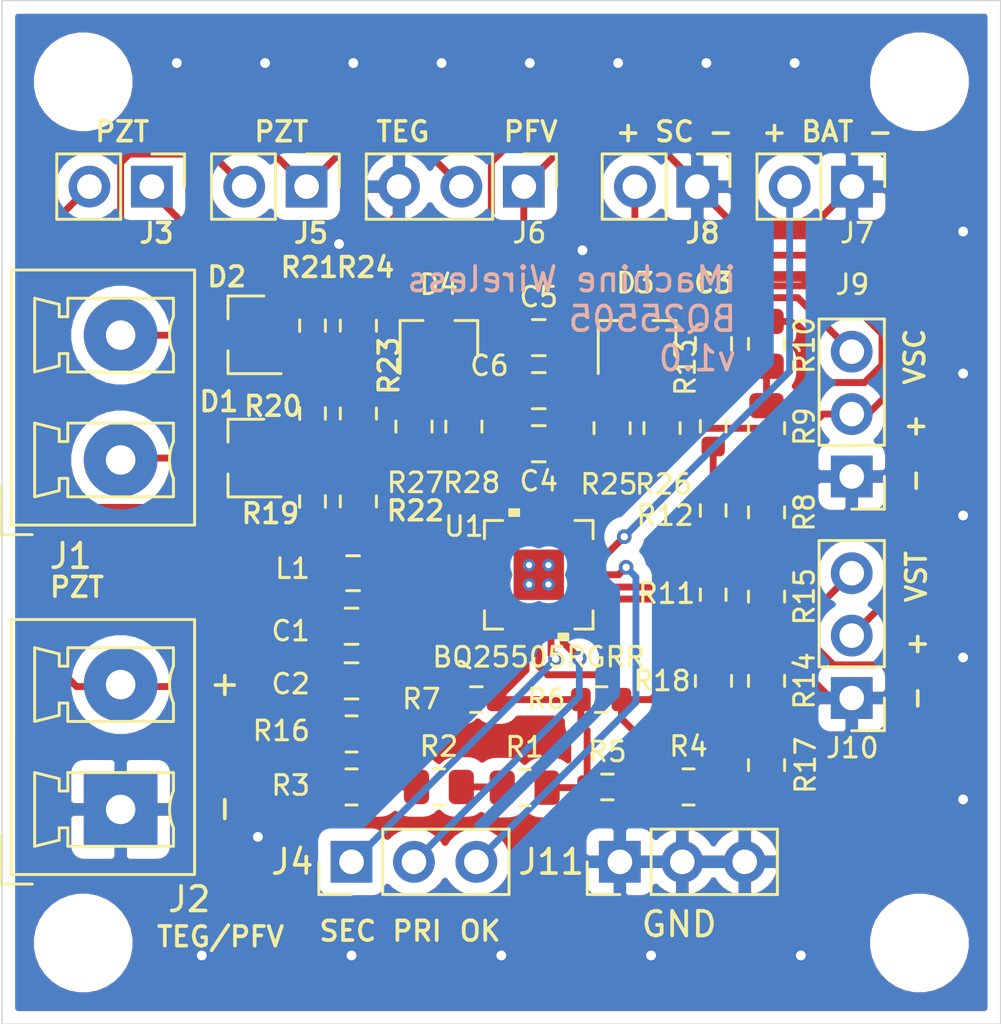
<source format=kicad_pcb>
(kicad_pcb (version 20171130) (host pcbnew "(5.1.10)-1")
  (layers (0 F.Cu signal) (31 B.Cu signal) (34 B.Paste user) (35 F.Paste user) (36 B.SilkS user) (37 F.SilkS user) (38 B.Mask user) (39 F.Mask user) (44 Edge.Cuts user))
  (net 0 "")
  (net 1 GNDA)
  (net 2 Vstore)
  (net 3 VIN_DC)
  (net 4 "Net-(J4-Pad1)")
  (net 5 LBOOST)
  (net 6 V_BAT_OV)
  (net 7 OK_HYST)
  (net 8 OK_PROG)
  (net 9 "Net-(J5-Pad2)")
  (net 10 "Net-(D1-Pad2)")
  (net 11 V_R_DIV)
  (net 12 "Net-(R8-Pad1)")
  (net 13 "Net-(C2-Pad1)")
  (net 14 "Net-(C3-Pad1)")
  (net 15 "Net-(D1-Pad3)")
  (net 16 "Net-(D2-Pad3)")
  (net 17 "Net-(D3-Pad2)")
  (net 18 "Net-(D4-Pad2)")
  (net 19 "Net-(D4-Pad1)")
  (net 20 "Net-(J4-Pad2)")
  (net 21 VOC_SAMP)
  (net 22 "Net-(R1-Pad1)")
  (net 23 "Net-(R2-Pad1)")
  (net 24 "Net-(R4-Pad1)")
  (net 25 "Net-(R10-Pad2)")
  (net 26 "Net-(R14-Pad1)")
  (net 27 "Net-(R16-Pad2)")
  (net 28 "Net-(R20-Pad1)")
  (net 29 "Net-(R23-Pad1)")
  (net 30 "Net-(D3-Pad3)")
  (net 31 VBAT_OK)
  (net 32 "Net-(J7-Pad2)")
  (module MountingHole:MountingHole_3mm (layer F.Cu) (at 191.008 124.46)
    (fp_text reference REF** hide)
    (fp_text value MountingHole_3mm hide)
    (pad 1 np_thru_hole circle (at 0 0) (size 3 3) (drill 3) (layers *.Cu *.Mask))
  )
  (module MountingHole:MountingHole_3mm (layer F.Cu) (at 156.972 124.46)
    (fp_text reference REF** hide)
    (fp_text value MountingHole_3mm hide)
    (pad 1 np_thru_hole circle (at 0 0) (size 3 3) (drill 3) (layers *.Cu *.Mask))
  )
  (module MountingHole:MountingHole_3mm (layer F.Cu) (at 191.008 89.408)
    (fp_text reference REF** hide)
    (fp_text value MountingHole_3mm hide)
    (pad 1 np_thru_hole circle (at 0 0) (size 3 3) (drill 3) (layers *.Cu *.Mask))
  )
  (module MountingHole:MountingHole_3mm (layer F.Cu) (at 156.972 89.408)
    (fp_text reference REF** hide)
    (fp_text value MountingHole_3mm hide)
    (pad 1 np_thru_hole circle (at 0 0) (size 3 3) (drill 3) (layers *.Cu *.Mask))
  )
  (module Connector_PinHeader_2.54mm:PinHeader_1x03_P2.54mm_Vertical (layer F.Cu) (at 178.816 121.158 90)
    (fp_text reference J11 (at 0 -2.794 180) (layer F.SilkS))
    (fp_text value GNDs)
    (pad 3 thru_hole oval (at 0 5.08 90) (size 1.7 1.7) (drill 1) (layers *.Cu *.Mask) (net 1 GNDA))
    (pad 2 thru_hole oval (at 0 2.54 90) (size 1.7 1.7) (drill 1) (layers *.Cu *.Mask) (net 1 GNDA))
    (pad 1 thru_hole rect (at 0 0 90) (size 1.7 1.7) (drill 1) (layers *.Cu *.Mask) (net 1 GNDA))
  )
  (module Connector_Phoenix_MC_HighVoltage:PhoenixContact_MCV_1,5_2-G-5.08_1x02_P5.08mm_Vertical (layer F.Cu) (at 158.496 119.0244 90)
    (fp_text reference J2 (at -3.6576 2.794) (layer F.SilkS))
    (fp_text value PV/TEG)
    (pad 2 thru_hole oval (at 5.08 0 90) (size 3 3) (drill 1.2) (layers *.Cu *.Mask) (net 3 VIN_DC))
    (pad 1 thru_hole rect (at 0 0 90) (size 3 3) (drill 1.2) (layers *.Cu *.Mask) (net 1 GNDA))
  )
  (module Connector_Phoenix_MC_HighVoltage:PhoenixContact_MCV_1,5_2-G-5.08_1x02_P5.08mm_Vertical (layer F.Cu) (at 158.496 104.8004 90)
    (fp_text reference J1 (at -3.9116 -2.032 180) (layer F.SilkS))
    (fp_text value PIEZO)
    (pad 2 thru_hole circle (at 5.08 0 90) (size 3 3) (drill 1.2) (layers *.Cu *.Mask) (net 16 "Net-(D2-Pad3)"))
    (pad 1 thru_hole circle (at 0 0 90) (size 3 3) (drill 1.2) (layers *.Cu *.Mask) (net 15 "Net-(D1-Pad3)"))
  )
  (module Connector_PinHeader_2.54mm:PinHeader_1x03_P2.54mm_Vertical (layer F.Cu) (at 167.894 121.158 90)
    (fp_text reference J4 (at 0 -2.413 180) (layer F.SilkS))
    (fp_text value MCU)
    (pad 3 thru_hole oval (at 0 5.08 90) (size 1.7 1.7) (drill 1) (layers *.Cu *.Mask) (net 31 VBAT_OK))
    (pad 2 thru_hole oval (at 0 2.54 90) (size 1.7 1.7) (drill 1) (layers *.Cu *.Mask) (net 20 "Net-(J4-Pad2)"))
    (pad 1 thru_hole rect (at 0 0 90) (size 1.7 1.7) (drill 1) (layers *.Cu *.Mask) (net 4 "Net-(J4-Pad1)"))
  )
  (module Connector_PinHeader_2.54mm:PinHeader_1x02_P2.54mm_Vertical (layer F.Cu) (at 181.9656 93.6752 270)
    (fp_text reference J8 (at 1.89855 -0.2159 180) (layer F.SilkS) (effects (font (size 0.8 0.8))))
    (fp_text value SC)
    (pad 2 thru_hole oval (at 0 2.54 270) (size 1.7 1.7) (drill 1) (layers *.Cu *.Mask) (net 30 "Net-(D3-Pad3)"))
    (pad 1 thru_hole rect (at 0 0 270) (size 1.7 1.7) (drill 1) (layers *.Cu *.Mask) (net 1 GNDA))
  )
  (module Capacitor_SMD:C_0805_2012Metric (layer F.Cu) (at 182.626 100.076 90)
    (fp_text reference C3 (at 2.4765 0 180) (layer F.SilkS) (effects (font (size 0.8 0.8))))
    (fp_text value 1uF)
    (pad 2 smd roundrect (at 0.95 0 90) (size 1 1.45) (layers F.Cu F.Paste F.Mask) (net 1 GNDA))
    (pad 1 smd roundrect (at -0.95 0 90) (size 1 1.45) (layers F.Cu F.Paste F.Mask) (net 14 "Net-(C3-Pad1)"))
  )
  (module Connector_PinHeader_2.54mm:PinHeader_1x03_P2.54mm_Vertical (layer F.Cu) (at 188.2521 114.4905 180)
    (fp_text reference J10 (at -0.0254 -2.032 180) (layer F.SilkS) (effects (font (size 0.8 0.8) (thickness 0.125))))
    (fp_text value Vstore)
    (pad 3 thru_hole oval (at 0 5.08 180) (size 1.7 1.7) (drill 1) (layers *.Cu *.Mask) (net 18 "Net-(D4-Pad2)"))
    (pad 2 thru_hole oval (at 0 2.54 180) (size 1.7 1.7) (drill 1) (layers *.Cu *.Mask) (net 2 Vstore))
    (pad 1 thru_hole rect (at 0 0 180) (size 1.7 1.7) (drill 1) (layers *.Cu *.Mask) (net 1 GNDA))
  )
  (module Resistor_SMD:R_0603_1608Metric (layer F.Cu) (at 178.308 118.11)
    (fp_text reference R5 (at 0 -1.43) (layer F.SilkS) (effects (font (size 0.8 0.8) (thickness 0.125))))
    (fp_text value 5.49M)
    (pad 2 smd roundrect (at 0.825 0) (size 0.8 0.95) (layers F.Cu F.Paste F.Mask) (net 24 "Net-(R4-Pad1)"))
    (pad 1 smd roundrect (at -0.825 0) (size 0.8 0.95) (layers F.Cu F.Paste F.Mask) (net 6 V_BAT_OV))
  )
  (module Resistor_SMD:R_0805_2012Metric (layer F.Cu) (at 168.1715 99.3375 270)
    (fp_text reference R24 (at -2.373 -0.294 180) (layer F.SilkS) (effects (font (size 0.8 0.8))))
    (fp_text value 10M)
    (pad 1 smd roundrect (at -0.9125 0 270) (size 1.025 1.4) (layers F.Cu F.Paste F.Mask) (roundrect_rratio 0.2439004878048781) (net 1 GNDA))
    (pad 2 smd roundrect (at 0.9125 0 270) (size 1.025 1.4) (layers F.Cu F.Paste F.Mask) (roundrect_rratio 0.2439004878048781) (net 29 "Net-(R23-Pad1)"))
  )
  (module Resistor_SMD:R_0805_2012Metric (layer F.Cu) (at 168.1715 102.91 270)
    (fp_text reference R23 (at -1.945 -1.2465 90) (layer F.SilkS) (effects (font (size 0.8 0.8))))
    (fp_text value 2M)
    (pad 1 smd roundrect (at -0.9125 0 270) (size 1.025 1.4) (layers F.Cu F.Paste F.Mask) (roundrect_rratio 0.2439004878048781) (net 29 "Net-(R23-Pad1)"))
    (pad 2 smd roundrect (at 0.9125 0 270) (size 1.025 1.4) (layers F.Cu F.Paste F.Mask) (roundrect_rratio 0.2439004878048781) (net 9 "Net-(J5-Pad2)"))
  )
  (module Resistor_SMD:R_0805_2012Metric (layer F.Cu) (at 168.1715 106.4895 270)
    (fp_text reference R22 (at 0.381 -2.326 180) (layer F.SilkS) (effects (font (size 0.8 0.8))))
    (fp_text value 8M)
    (pad 1 smd roundrect (at -0.9125 0 270) (size 1.025 1.4) (layers F.Cu F.Paste F.Mask) (roundrect_rratio 0.2439004878048781) (net 9 "Net-(J5-Pad2)"))
    (pad 2 smd roundrect (at 0.9125 0 270) (size 1.025 1.4) (layers F.Cu F.Paste F.Mask) (roundrect_rratio 0.2439004878048781) (net 3 VIN_DC))
  )
  (module Resistor_SMD:R_0603_1608Metric (layer F.Cu) (at 166.3065 99.3375 270)
    (fp_text reference R21 (at -2.373 0.127 180) (layer F.SilkS) (effects (font (size 0.8 0.8))))
    (fp_text value 10M)
    (pad 1 smd roundrect (at -0.825 0 270) (size 0.8 0.95) (layers F.Cu F.Paste F.Mask) (net 1 GNDA))
    (pad 2 smd roundrect (at 0.825 0 270) (size 0.8 0.95) (layers F.Cu F.Paste F.Mask) (net 28 "Net-(R20-Pad1)"))
  )
  (module Resistor_SMD:R_0603_1608Metric (layer F.Cu) (at 166.3065 102.91 270)
    (fp_text reference R20 (at -0.294 1.6129 180) (layer F.SilkS) (effects (font (size 0.8 0.8))))
    (fp_text value 2M)
    (pad 1 smd roundrect (at -0.825 0 270) (size 0.8 0.95) (layers F.Cu F.Paste F.Mask) (net 28 "Net-(R20-Pad1)"))
    (pad 2 smd roundrect (at 0.825 0 270) (size 0.8 0.95) (layers F.Cu F.Paste F.Mask) (net 9 "Net-(J5-Pad2)"))
  )
  (module Resistor_SMD:R_0603_1608Metric (layer F.Cu) (at 166.3065 106.4895 270)
    (fp_text reference R19 (at 0.4953 1.7145 180) (layer F.SilkS) (effects (font (size 0.8 0.8))))
    (fp_text value 8M)
    (pad 1 smd roundrect (at -0.825 0 270) (size 0.8 0.95) (layers F.Cu F.Paste F.Mask) (net 9 "Net-(J5-Pad2)"))
    (pad 2 smd roundrect (at 0.825 0 270) (size 0.8 0.95) (layers F.Cu F.Paste F.Mask) (net 3 VIN_DC))
  )
  (module Connector_PinHeader_2.54mm:PinHeader_1x02_P2.54mm_Vertical (layer F.Cu) (at 166.0652 93.6752 270)
    (fp_text reference J5 (at 1.89855 -0.1778 180) (layer F.SilkS) (effects (font (size 0.8 0.8))))
    (fp_text value PZT)
    (pad 2 thru_hole oval (at 0 2.54 270) (size 1.7 1.7) (drill 1) (layers *.Cu *.Mask) (net 9 "Net-(J5-Pad2)"))
    (pad 1 thru_hole rect (at 0 0 270) (size 1.7 1.7) (drill 1) (layers *.Cu *.Mask) (net 21 VOC_SAMP))
  )
  (module Connector_PinHeader_2.54mm:PinHeader_1x02_P2.54mm_Vertical (layer F.Cu) (at 159.766 93.6752 270)
    (fp_text reference J3 (at 1.89855 -0.1905) (layer F.SilkS) (effects (font (size 0.8 0.8))))
    (fp_text value PZT)
    (pad 2 thru_hole oval (at 0 2.54 270) (size 1.7 1.7) (drill 1) (layers *.Cu *.Mask) (net 3 VIN_DC))
    (pad 1 thru_hole rect (at 0 0 270) (size 1.7 1.7) (drill 1) (layers *.Cu *.Mask) (net 10 "Net-(D1-Pad2)"))
  )
  (module Package_TO_SOT_SMD:SOT-23 (layer F.Cu) (at 163.6268 99.7077 180)
    (fp_text reference D2 (at 0.8128 2.3622) (layer F.SilkS) (effects (font (size 0.8 0.8))))
    (fp_text value D_Schottky_x2_Serial_AKC)
    (pad 3 smd rect (at 1 0 180) (size 0.9 0.8) (layers F.Cu F.Paste F.Mask) (net 16 "Net-(D2-Pad3)"))
    (pad 2 smd rect (at -1 0.95 180) (size 0.9 0.8) (layers F.Cu F.Paste F.Mask) (net 10 "Net-(D1-Pad2)"))
    (pad 1 smd rect (at -1 -0.95 180) (size 0.9 0.8) (layers F.Cu F.Paste F.Mask) (net 1 GNDA))
  )
  (module Package_TO_SOT_SMD:SOT-23 (layer F.Cu) (at 163.6268 104.7242 180)
    (fp_text reference D1 (at 1.1303 2.2987) (layer F.SilkS) (effects (font (size 0.8 0.8))))
    (fp_text value D_Schottky_x2_Serial_AKC)
    (pad 3 smd rect (at 1 0 180) (size 0.9 0.8) (layers F.Cu F.Paste F.Mask) (net 15 "Net-(D1-Pad3)"))
    (pad 2 smd rect (at -1 0.95 180) (size 0.9 0.8) (layers F.Cu F.Paste F.Mask) (net 10 "Net-(D1-Pad2)"))
    (pad 1 smd rect (at -1 -0.95 180) (size 0.9 0.8) (layers F.Cu F.Paste F.Mask) (net 1 GNDA))
  )
  (module Connector_PinHeader_2.54mm:PinHeader_1x02_P2.54mm_Vertical (layer F.Cu) (at 188.2648 93.6752 270)
    (fp_text reference J7 (at 1.8923 -0.2032) (layer F.SilkS) (effects (font (size 0.8 0.8) (thickness 0.125))))
    (fp_text value BAT)
    (pad 2 thru_hole oval (at 0 2.54 270) (size 1.7 1.7) (drill 1) (layers *.Cu *.Mask) (net 32 "Net-(J7-Pad2)"))
    (pad 1 thru_hole rect (at 0 0 270) (size 1.7 1.7) (drill 1) (layers *.Cu *.Mask) (net 1 GNDA))
  )
  (module Resistor_SMD:R_0805_2012Metric (layer F.Cu) (at 182.626 113.792 90)
    (fp_text reference R18 (at 0 -2.0955) (layer F.SilkS) (effects (font (size 0.8 0.8) (thickness 0.125))))
    (fp_text value 1M)
    (pad 2 smd roundrect (at 0.9125 0 90) (size 1.025 1.4) (layers F.Cu F.Paste F.Mask) (roundrect_rratio 0.2439004878048781) (net 11 V_R_DIV))
    (pad 1 smd roundrect (at -0.9125 0 90) (size 1.025 1.4) (layers F.Cu F.Paste F.Mask) (roundrect_rratio 0.2439004878048781) (net 7 OK_HYST))
  )
  (module Resistor_SMD:R_0805_2012Metric (layer F.Cu) (at 184.785 117.221 270)
    (fp_text reference R17 (at 0 -1.5875 270) (layer F.SilkS) (effects (font (size 0.8 0.8) (thickness 0.125))))
    (fp_text value 1M)
    (pad 2 smd roundrect (at 0.9125 0 270) (size 1.025 1.4) (layers F.Cu F.Paste F.Mask) (roundrect_rratio 0.2439004878048781) (net 11 V_R_DIV))
    (pad 1 smd roundrect (at -0.9125 0 270) (size 1.025 1.4) (layers F.Cu F.Paste F.Mask) (roundrect_rratio 0.2439004878048781) (net 7 OK_HYST))
  )
  (module Resistor_SMD:R_0805_2012Metric (layer F.Cu) (at 184.785 110.363 270)
    (fp_text reference R15 (at 0 -1.541845 270) (layer F.SilkS) (effects (font (size 0.8 0.8) (thickness 0.125))))
    (fp_text value 4.7M)
    (pad 2 smd roundrect (at 0.9125 0 270) (size 1.025 1.4) (layers F.Cu F.Paste F.Mask) (roundrect_rratio 0.2439004878048781) (net 26 "Net-(R14-Pad1)"))
    (pad 1 smd roundrect (at -0.9125 0 270) (size 1.025 1.4) (layers F.Cu F.Paste F.Mask) (roundrect_rratio 0.2439004878048781) (net 8 OK_PROG))
  )
  (module Resistor_SMD:R_0805_2012Metric (layer F.Cu) (at 184.785 113.792 270)
    (fp_text reference R14 (at 0 -1.541845 90) (layer F.SilkS) (effects (font (size 0.8 0.8) (thickness 0.125))))
    (fp_text value 4.7M)
    (pad 2 smd roundrect (at 0.9125 0 270) (size 1.025 1.4) (layers F.Cu F.Paste F.Mask) (roundrect_rratio 0.2439004878048781) (net 7 OK_HYST))
    (pad 1 smd roundrect (at -0.9125 0 270) (size 1.025 1.4) (layers F.Cu F.Paste F.Mask) (roundrect_rratio 0.2439004878048781) (net 26 "Net-(R14-Pad1)"))
  )
  (module Resistor_SMD:R_0805_2012Metric (layer F.Cu) (at 184.785 100.076 270)
    (fp_text reference R10 (at 0.0635 -1.541845 270) (layer F.SilkS) (effects (font (size 0.8 0.8) (thickness 0.125))))
    (fp_text value 1M)
    (pad 2 smd roundrect (at 0.9125 0 270) (size 1.025 1.4) (layers F.Cu F.Paste F.Mask) (roundrect_rratio 0.2439004878048781) (net 25 "Net-(R10-Pad2)"))
    (pad 1 smd roundrect (at -0.9125 0 270) (size 1.025 1.4) (layers F.Cu F.Paste F.Mask) (roundrect_rratio 0.2439004878048781) (net 1 GNDA))
  )
  (module Resistor_SMD:R_0805_2012Metric (layer F.Cu) (at 184.785 103.505 270)
    (fp_text reference R9 (at -0.0635 -1.541845 270) (layer F.SilkS) (effects (font (size 0.8 0.8) (thickness 0.125))))
    (fp_text value 1M)
    (pad 2 smd roundrect (at 0.9125 0 270) (size 1.025 1.4) (layers F.Cu F.Paste F.Mask) (roundrect_rratio 0.2439004878048781) (net 12 "Net-(R8-Pad1)"))
    (pad 1 smd roundrect (at -0.9125 0 270) (size 1.025 1.4) (layers F.Cu F.Paste F.Mask) (roundrect_rratio 0.2439004878048781) (net 25 "Net-(R10-Pad2)"))
  )
  (module Resistor_SMD:R_0805_2012Metric (layer F.Cu) (at 184.785 106.934 270)
    (fp_text reference R8 (at 0 -1.541845 270) (layer F.SilkS) (effects (font (size 0.8 0.8) (thickness 0.125))))
    (fp_text value 1M)
    (pad 2 smd roundrect (at 0.9125 0 270) (size 1.025 1.4) (layers F.Cu F.Paste F.Mask) (roundrect_rratio 0.2439004878048781) (net 8 OK_PROG))
    (pad 1 smd roundrect (at -0.9125 0 270) (size 1.025 1.4) (layers F.Cu F.Paste F.Mask) (roundrect_rratio 0.2439004878048781) (net 12 "Net-(R8-Pad1)"))
  )
  (module Resistor_SMD:R_0805_2012Metric (layer F.Cu) (at 181.61 118.11)
    (fp_text reference R4 (at 0 -1.65) (layer F.SilkS) (effects (font (size 0.8 0.8) (thickness 0.125))))
    (fp_text value 3.3M)
    (pad 2 smd roundrect (at 0.9125 0) (size 1.025 1.4) (layers F.Cu F.Paste F.Mask) (roundrect_rratio 0.2439004878048781) (net 11 V_R_DIV))
    (pad 1 smd roundrect (at -0.9125 0) (size 1.025 1.4) (layers F.Cu F.Paste F.Mask) (roundrect_rratio 0.2439004878048781) (net 24 "Net-(R4-Pad1)"))
  )
  (module Resistor_SMD:R_0805_2012Metric (layer F.Cu) (at 167.894 118.11)
    (fp_text reference R3 (at -2.4765 -0.0635) (layer F.SilkS) (effects (font (size 0.8 0.8) (thickness 0.125))))
    (fp_text value 2.2M)
    (pad 2 smd roundrect (at 0.9125 0) (size 1.025 1.4) (layers F.Cu F.Paste F.Mask) (roundrect_rratio 0.2439004878048781) (net 23 "Net-(R2-Pad1)"))
    (pad 1 smd roundrect (at -0.9125 0) (size 1.025 1.4) (layers F.Cu F.Paste F.Mask) (roundrect_rratio 0.2439004878048781) (net 1 GNDA))
  )
  (module Resistor_SMD:R_0805_2012Metric (layer F.Cu) (at 171.45 118.11)
    (fp_text reference R2 (at 0 -1.65) (layer F.SilkS) (effects (font (size 0.8 0.8) (thickness 0.125))))
    (fp_text value 1M)
    (pad 2 smd roundrect (at 0.9125 0) (size 1.025 1.4) (layers F.Cu F.Paste F.Mask) (roundrect_rratio 0.2439004878048781) (net 22 "Net-(R1-Pad1)"))
    (pad 1 smd roundrect (at -0.9125 0) (size 1.025 1.4) (layers F.Cu F.Paste F.Mask) (roundrect_rratio 0.2439004878048781) (net 23 "Net-(R2-Pad1)"))
  )
  (module Resistor_SMD:R_0805_2012Metric (layer F.Cu) (at 174.93996 118.13794)
    (fp_text reference R1 (at 0 -1.65) (layer F.SilkS) (effects (font (size 0.8 0.8) (thickness 0.125))))
    (fp_text value 1M)
    (pad 2 smd roundrect (at 0.9125 0) (size 1.025 1.4) (layers F.Cu F.Paste F.Mask) (roundrect_rratio 0.2439004878048781) (net 6 V_BAT_OV))
    (pad 1 smd roundrect (at -0.9125 0) (size 1.025 1.4) (layers F.Cu F.Paste F.Mask) (roundrect_rratio 0.2439004878048781) (net 22 "Net-(R1-Pad1)"))
  )
  (module BIB_FOOTPRINT:BQ25505RGRR (layer F.Cu) (at 175.514 109.474)
    (fp_text reference U1 (at -3.048 -1.9685) (layer F.SilkS) (effects (font (size 0.8 0.8) (thickness 0.125))))
    (fp_text value BQ25505RGRR (at 0 3.3528) (layer F.SilkS) (effects (font (size 0.8 0.8) (thickness 0.125))))
    (pad 1 smd rect (at -1.725 -1.000001 90) (size 0.28 0.85) (layers F.Cu F.Paste F.Mask) (net 1 GNDA))
    (pad 2 smd rect (at -1.725 -0.499999 90) (size 0.28 0.85) (layers F.Cu F.Paste F.Mask) (net 3 VIN_DC))
    (pad 3 smd rect (at -1.725 0 90) (size 0.28 0.85) (layers F.Cu F.Paste F.Mask) (net 21 VOC_SAMP))
    (pad 4 smd rect (at -1.725 0.499999 90) (size 0.28 0.85) (layers F.Cu F.Paste F.Mask) (net 13 "Net-(C2-Pad1)"))
    (pad 5 smd rect (at -1.725 1.000001 90) (size 0.28 0.85) (layers F.Cu F.Paste F.Mask) (net 27 "Net-(R16-Pad2)"))
    (pad 6 smd rect (at -1.000252 1.725) (size 0.28 0.85) (layers F.Cu F.Paste F.Mask) (net 1 GNDA))
    (pad 7 smd rect (at -0.500126 1.725) (size 0.28 0.85) (layers F.Cu F.Paste F.Mask) (net 6 V_BAT_OV))
    (pad 8 smd rect (at 0 1.725) (size 0.28 0.85) (layers F.Cu F.Paste F.Mask) (net 11 V_R_DIV))
    (pad 9 smd rect (at 0.500126 1.725) (size 0.28 0.85) (layers F.Cu F.Paste F.Mask) (net 4 "Net-(J4-Pad1)"))
    (pad 10 smd rect (at 1.000252 1.725) (size 0.28 0.85) (layers F.Cu F.Paste F.Mask) (net 20 "Net-(J4-Pad2)"))
    (pad 11 smd rect (at 1.725 1.000001 90) (size 0.28 0.85) (layers F.Cu F.Paste F.Mask) (net 7 OK_HYST))
    (pad 12 smd rect (at 1.725 0.499999 90) (size 0.28 0.85) (layers F.Cu F.Paste F.Mask) (net 8 OK_PROG))
    (pad 13 smd rect (at 1.725 0 90) (size 0.28 0.85) (layers F.Cu F.Paste F.Mask) (net 31 VBAT_OK))
    (pad 14 smd rect (at 1.725 -0.499999 90) (size 0.28 0.85) (layers F.Cu F.Paste F.Mask) (net 32 "Net-(J7-Pad2)"))
    (pad 15 smd rect (at 1.725 -1.000001 90) (size 0.28 0.85) (layers F.Cu F.Paste F.Mask) (net 1 GNDA))
    (pad 16 smd rect (at 1.000252 -1.725) (size 0.28 0.85) (layers F.Cu F.Paste F.Mask) (net 1 GNDA))
    (pad 17 smd rect (at 0.500126 -1.725) (size 0.28 0.85) (layers F.Cu F.Paste F.Mask) (net 1 GNDA))
    (pad 18 smd rect (at 0 -1.725) (size 0.28 0.85) (layers F.Cu F.Paste F.Mask) (net 14 "Net-(C3-Pad1)"))
    (pad 19 smd rect (at -0.500126 -1.725) (size 0.28 0.85) (layers F.Cu F.Paste F.Mask) (net 19 "Net-(D4-Pad1)"))
    (pad 20 smd rect (at -1.000252 -1.725) (size 0.28 0.85) (layers F.Cu F.Paste F.Mask) (net 5 LBOOST))
    (pad 21 smd rect (at 0 0) (size 2.05 2.05) (layers F.Cu F.Paste F.Mask) (net 1 GNDA))
    (pad V thru_hole circle (at -0.3937 0.3937) (size 0.508 0.508) (drill 0.254) (layers *.Cu *.Mask))
    (pad V thru_hole circle (at -0.3937 -0.3937) (size 0.508 0.508) (drill 0.254) (layers *.Cu *.Mask))
    (pad V thru_hole circle (at 0.3937 0.3937) (size 0.508 0.508) (drill 0.254) (layers *.Cu *.Mask))
    (pad V thru_hole circle (at 0.3937 -0.3937) (size 0.508 0.508) (drill 0.254) (layers *.Cu *.Mask))
  )
  (module Connector_PinHeader_2.54mm:PinHeader_1x03_P2.54mm_Vertical (layer F.Cu) (at 174.9044 93.6752 270)
    (fp_text reference J6 (at 1.8923 -0.2286 180) (layer F.SilkS) (effects (font (size 0.8 0.8) (thickness 0.125))))
    (fp_text value TEG/PFV)
    (pad 1 thru_hole rect (at 0 0 270) (size 1.7 1.7) (drill 1) (layers *.Cu *.Mask) (net 2 Vstore))
    (pad 2 thru_hole oval (at 0 2.54 270) (size 1.7 1.7) (drill 1) (layers *.Cu *.Mask) (net 21 VOC_SAMP))
    (pad 3 thru_hole oval (at 0 5.08 270) (size 1.7 1.7) (drill 1) (layers *.Cu *.Mask) (net 1 GNDA))
  )
  (module Resistor_SMD:R_0805_2012Metric (layer F.Cu) (at 172.466 103.4415 90)
    (fp_text reference R28 (at -2.286 0.3175) (layer F.SilkS) (effects (font (size 0.8 0.8) (thickness 0.125))))
    (fp_text value 0R)
    (pad 2 smd roundrect (at 0.9125 0 90) (size 1.025 1.4) (layers F.Cu F.Paste F.Mask) (roundrect_rratio 0.2439004878048781) (net 18 "Net-(D4-Pad2)"))
    (pad 1 smd roundrect (at -0.9125 0 90) (size 1.025 1.4) (layers F.Cu F.Paste F.Mask) (roundrect_rratio 0.2439004878048781) (net 2 Vstore))
  )
  (module Resistor_SMD:R_0805_2012Metric (layer F.Cu) (at 180.5305 103.505 90)
    (fp_text reference R26 (at -2.286 0.0635 180) (layer F.SilkS) (effects (font (size 0.8 0.8) (thickness 0.125))))
    (fp_text value 0R)
    (pad 2 smd roundrect (at 0.9125 0 90) (size 1.025 1.4) (layers F.Cu F.Paste F.Mask) (roundrect_rratio 0.2439004878048781) (net 17 "Net-(D3-Pad2)"))
    (pad 1 smd roundrect (at -0.9125 0 90) (size 1.025 1.4) (layers F.Cu F.Paste F.Mask) (roundrect_rratio 0.2439004878048781) (net 30 "Net-(D3-Pad3)"))
  )
  (module Resistor_SMD:R_0805_2012Metric (layer F.Cu) (at 170.434 103.4415 270)
    (fp_text reference R27 (at 2.286 -0.0635) (layer F.SilkS) (effects (font (size 0.8 0.8) (thickness 0.125))))
    (fp_text value 0R)
    (pad 2 smd roundrect (at 0.9125 0 270) (size 1.025 1.4) (layers F.Cu F.Paste F.Mask) (roundrect_rratio 0.2439004878048781) (net 2 Vstore))
    (pad 1 smd roundrect (at -0.9125 0 270) (size 1.025 1.4) (layers F.Cu F.Paste F.Mask) (roundrect_rratio 0.2439004878048781) (net 19 "Net-(D4-Pad1)"))
  )
  (module Resistor_SMD:R_0805_2012Metric (layer F.Cu) (at 178.4985 103.505 270)
    (fp_text reference R25 (at 2.286 0.127) (layer F.SilkS) (effects (font (size 0.8 0.8) (thickness 0.125))))
    (fp_text value 0R)
    (pad 2 smd roundrect (at 0.9125 0 270) (size 1.025 1.4) (layers F.Cu F.Paste F.Mask) (roundrect_rratio 0.2439004878048781) (net 30 "Net-(D3-Pad3)"))
    (pad 1 smd roundrect (at -0.9125 0 270) (size 1.025 1.4) (layers F.Cu F.Paste F.Mask) (roundrect_rratio 0.2439004878048781) (net 14 "Net-(C3-Pad1)"))
  )
  (module Resistor_SMD:R_0805_2012Metric (layer F.Cu) (at 167.894 115.951)
    (fp_text reference R16 (at -2.857452 -0.127) (layer F.SilkS) (effects (font (size 0.8 0.8) (thickness 0.125))))
    (fp_text value 1k)
    (pad 1 smd roundrect (at -0.9125 0) (size 1.025 1.4) (layers F.Cu F.Paste F.Mask) (roundrect_rratio 0.2439004878048781) (net 1 GNDA))
    (pad 2 smd roundrect (at 0.9125 0) (size 1.025 1.4) (layers F.Cu F.Paste F.Mask) (roundrect_rratio 0.2439004878048781) (net 27 "Net-(R16-Pad2)"))
  )
  (module Connector_PinHeader_2.54mm:PinHeader_1x03_P2.54mm_Vertical (layer F.Cu) (at 188.2521 105.4735 180)
    (fp_text reference J9 (at -0.0254 7.8105) (layer F.SilkS) (effects (font (size 0.8 0.8) (thickness 0.125))))
    (fp_text value Vsupercap)
    (pad 3 thru_hole oval (at 0 5.08 180) (size 1.7 1.7) (drill 1) (layers *.Cu *.Mask) (net 17 "Net-(D3-Pad2)"))
    (pad 2 thru_hole oval (at 0 2.54 180) (size 1.7 1.7) (drill 1) (layers *.Cu *.Mask) (net 30 "Net-(D3-Pad3)"))
    (pad 1 thru_hole rect (at 0 0 180) (size 1.7 1.7) (drill 1) (layers *.Cu *.Mask) (net 1 GNDA))
  )
  (module Package_TO_SOT_SMD:SOT-23 (layer F.Cu) (at 171.45 99.8855 90)
    (fp_text reference D4 (at 2.2225 0 180) (layer F.SilkS) (effects (font (size 0.8 0.8) (thickness 0.125))))
    (fp_text value D_Schottky_x2_Serial_AKC)
    (pad 3 smd rect (at 1 0 90) (size 0.9 0.8) (layers F.Cu F.Paste F.Mask) (net 2 Vstore))
    (pad 2 smd rect (at -1 0.95 90) (size 0.9 0.8) (layers F.Cu F.Paste F.Mask) (net 18 "Net-(D4-Pad2)"))
    (pad 1 smd rect (at -1 -0.95 90) (size 0.9 0.8) (layers F.Cu F.Paste F.Mask) (net 19 "Net-(D4-Pad1)"))
  )
  (module Package_TO_SOT_SMD:SOT-23 (layer F.Cu) (at 179.5145 99.8855 90)
    (fp_text reference D3 (at 2.286 -0.0635 180) (layer F.SilkS) (effects (font (size 0.8 0.8) (thickness 0.125))))
    (fp_text value D_Schottky_x2_Serial_AKC)
    (pad 3 smd rect (at 1 0 90) (size 0.9 0.8) (layers F.Cu F.Paste F.Mask) (net 30 "Net-(D3-Pad3)"))
    (pad 2 smd rect (at -1 0.95 90) (size 0.9 0.8) (layers F.Cu F.Paste F.Mask) (net 17 "Net-(D3-Pad2)"))
    (pad 1 smd rect (at -1 -0.95 90) (size 0.9 0.8) (layers F.Cu F.Paste F.Mask) (net 14 "Net-(C3-Pad1)"))
  )
  (module Resistor_SMD:R_0603_1608Metric (layer F.Cu) (at 182.6133 103.4288 270)
    (fp_text reference R13 (at -2.4003 1.1303 270) (layer F.SilkS) (effects (font (size 0.8 0.8) (thickness 0.125))))
    (fp_text value Rok1)
    (pad 2 smd roundrect (at 0.825 0 270) (size 0.8 0.95) (layers F.Cu F.Paste F.Mask) (net 8 OK_PROG))
    (pad 1 smd roundrect (at -0.825 0 270) (size 0.8 0.95) (layers F.Cu F.Paste F.Mask) (net 1 GNDA))
  )
  (module Resistor_SMD:R_0603_1608Metric (layer F.Cu) (at 182.6133 106.8578 270)
    (fp_text reference R12 (at 0.2032 1.9558 180) (layer F.SilkS) (effects (font (size 0.8 0.8) (thickness 0.125))))
    (fp_text value Rok2)
    (pad 2 smd roundrect (at 0.825 0 270) (size 0.8 0.95) (layers F.Cu F.Paste F.Mask) (net 7 OK_HYST))
    (pad 1 smd roundrect (at -0.825 0 270) (size 0.8 0.95) (layers F.Cu F.Paste F.Mask) (net 8 OK_PROG))
  )
  (module Resistor_SMD:R_0603_1608Metric (layer F.Cu) (at 182.6133 110.2868 270)
    (fp_text reference R11 (at -0.0508 1.8923 180) (layer F.SilkS) (effects (font (size 0.8 0.8) (thickness 0.125))))
    (fp_text value Rok3)
    (pad 2 smd roundrect (at 0.825 0 270) (size 0.8 0.95) (layers F.Cu F.Paste F.Mask) (net 11 V_R_DIV))
    (pad 1 smd roundrect (at -0.825 0 270) (size 0.8 0.95) (layers F.Cu F.Paste F.Mask) (net 7 OK_HYST))
  )
  (module Resistor_SMD:R_0603_1608Metric (layer F.Cu) (at 172.974 114.554)
    (fp_text reference R7 (at -2.2352 -0.0254) (layer F.SilkS) (effects (font (size 0.8 0.8) (thickness 0.125))))
    (fp_text value Rov1)
    (pad 2 smd roundrect (at 0.825 0) (size 0.8 0.95) (layers F.Cu F.Paste F.Mask) (net 6 V_BAT_OV))
    (pad 1 smd roundrect (at -0.825 0) (size 0.8 0.95) (layers F.Cu F.Paste F.Mask) (net 1 GNDA))
  )
  (module Resistor_SMD:R_0603_1608Metric (layer F.Cu) (at 178.054 114.554)
    (fp_text reference R6 (at -2.2347 -0.0254 180) (layer F.SilkS) (effects (font (size 0.8 0.8) (thickness 0.125))))
    (fp_text value Rov2)
    (pad 2 smd roundrect (at 0.825 0) (size 0.8 0.95) (layers F.Cu F.Paste F.Mask) (net 11 V_R_DIV))
    (pad 1 smd roundrect (at -0.825 0) (size 0.8 0.95) (layers F.Cu F.Paste F.Mask) (net 6 V_BAT_OV))
  )
  (module Inductor_SMD:L_0805_2012Metric_Pad1.15x1.40mm_HandSolder (layer F.Cu) (at 167.9575 109.4105)
    (fp_text reference L1 (at -2.463809 -0.1905 180) (layer F.SilkS) (effects (font (size 0.8 0.8) (thickness 0.125))))
    (fp_text value 22uH)
    (pad 1 smd roundrect (at -1.025 0) (size 1.15 1.4) (layers F.Cu F.Paste F.Mask) (roundrect_rratio 0.2173904347826087) (net 3 VIN_DC))
    (pad 2 smd roundrect (at 1.025 0) (size 1.15 1.4) (layers F.Cu F.Paste F.Mask) (roundrect_rratio 0.2173904347826087) (net 5 LBOOST))
  )
  (module Capacitor_SMD:C_0805_2012Metric (layer F.Cu) (at 175.514 101.981)
    (fp_text reference C6 (at -2.0066 -1.016 180) (layer F.SilkS) (effects (font (size 0.8 0.8) (thickness 0.125))))
    (fp_text value 10nF)
    (pad 2 smd roundrect (at 0.95 0) (size 1 1.45) (layers F.Cu F.Paste F.Mask) (net 1 GNDA))
    (pad 1 smd roundrect (at -0.95 0) (size 1 1.45) (layers F.Cu F.Paste F.Mask) (net 2 Vstore))
  )
  (module Capacitor_SMD:C_0805_2012Metric (layer F.Cu) (at 175.514 99.822)
    (fp_text reference C5 (at 0 -1.651) (layer F.SilkS) (effects (font (size 0.8 0.8) (thickness 0.125))))
    (fp_text value 4.7uF)
    (pad 2 smd roundrect (at 0.95 0) (size 1 1.45) (layers F.Cu F.Paste F.Mask) (net 1 GNDA))
    (pad 1 smd roundrect (at -0.95 0) (size 1 1.45) (layers F.Cu F.Paste F.Mask) (net 2 Vstore))
  )
  (module Capacitor_SMD:C_0805_2012Metric (layer F.Cu) (at 175.514 104.14)
    (fp_text reference C4 (at 0 1.524) (layer F.SilkS) (effects (font (size 0.8 0.8) (thickness 0.125))))
    (fp_text value 4.7uF)
    (pad 2 smd roundrect (at 0.95 0) (size 1 1.45) (layers F.Cu F.Paste F.Mask) (net 1 GNDA))
    (pad 1 smd roundrect (at -0.95 0) (size 1 1.45) (layers F.Cu F.Paste F.Mask) (net 2 Vstore))
  )
  (module Capacitor_SMD:C_0805_2012Metric (layer F.Cu) (at 167.894 111.5695 180)
    (fp_text reference C1 (at 2.4765 -0.1905 180) (layer F.SilkS) (effects (font (size 0.8 0.8) (thickness 0.125))))
    (fp_text value 4.7uF)
    (pad 1 smd roundrect (at -0.95 0 180) (size 1 1.45) (layers F.Cu F.Paste F.Mask) (net 3 VIN_DC))
    (pad 2 smd roundrect (at 0.95 0 180) (size 1 1.45) (layers F.Cu F.Paste F.Mask) (net 1 GNDA))
  )
  (module Capacitor_SMD:C_0805_2012Metric (layer F.Cu) (at 167.894 113.792 180)
    (fp_text reference C2 (at 2.4765 -0.127) (layer F.SilkS) (effects (font (size 0.8 0.8) (thickness 0.125))))
    (fp_text value 10nF)
    (pad 1 smd roundrect (at -0.95 0 180) (size 1 1.45) (layers F.Cu F.Paste F.Mask) (net 13 "Net-(C2-Pad1)"))
    (pad 2 smd roundrect (at 0.95 0 180) (size 1 1.45) (layers F.Cu F.Paste F.Mask) (net 1 GNDA))
  )
  (gr_line (start 153.67 127.508) (end 153.67 127.762) (layer Edge.Cuts) (width 0.05))
  (gr_line (start 153.67 86.106) (end 153.67 127.508) (layer Edge.Cuts) (width 0.05))
  (gr_line (start 194.31 86.106) (end 153.67 86.106) (layer Edge.Cuts) (width 0.05))
  (gr_line (start 194.31 127.762) (end 194.31 86.106) (layer Edge.Cuts) (width 0.05))
  (gr_line (start 153.67 127.762) (end 194.31 127.762) (layer Edge.Cuts) (width 0.05))
  (gr_text "iMachine Wireless\nBQ25505\nv1.0" (at 183.642 99.06) (layer B.SilkS) (effects (font (size 1 1)) (justify left mirror)))
  (gr_text GND (at 181.229 123.698) (layer F.SilkS) (effects (font (size 1 1))))
  (gr_text "-     +" (at 162.6616 116.4844 90) (layer F.SilkS) (effects (font (size 1 1))))
  (gr_text PZT (at 156.718 109.982) (layer F.SilkS) (effects (font (size 0.8 0.8))))
  (gr_text TEG/PFV (at 162.56 124.206) (layer F.SilkS) (effects (font (size 0.8 0.8))))
  (gr_text "+ BAT -" (at 187.2615 91.44) (layer F.SilkS) (effects (font (size 0.8 0.8))))
  (gr_text "+ SC -" (at 181.0385 91.44) (layer F.SilkS) (effects (font (size 0.8 0.8))))
  (gr_text "TEG     PFV" (at 172.593 91.44) (layer F.SilkS) (effects (font (size 0.8 0.8))))
  (gr_text PZT (at 165.0365 91.44) (layer F.SilkS) (effects (font (size 0.8 0.8))))
  (gr_text PZT (at 158.5595 91.44) (layer F.SilkS) (effects (font (size 0.8 0.8))))
  (gr_text "-  +  VSC" (at 190.8175 102.8065 90) (layer F.SilkS) (effects (font (size 0.8 0.8))))
  (gr_text "-  +  VST" (at 190.881 111.76 90) (layer F.SilkS) (effects (font (size 0.8 0.8))))
  (gr_text OK (at 173.1264 123.9774) (layer F.SilkS) (effects (font (size 0.8 0.8))))
  (gr_text PRI (at 170.561 123.9774) (layer F.SilkS) (effects (font (size 0.8 0.8))))
  (gr_text SEC (at 167.7416 123.9774) (layer F.SilkS) (effects (font (size 0.8 0.8))))
  (segment (start 175.514 109.474) (end 176.014126 108.973874) (width 0.3) (layer F.Cu) (net 1))
  (segment (start 176.514252 107.749) (end 176.014126 107.749) (width 0.2) (layer F.Cu) (net 1))
  (segment (start 174.133745 108.473999) (end 174.133747 108.474001) (width 0.2) (layer F.Cu) (net 1))
  (segment (start 173.789 108.473999) (end 174.133745 108.473999) (width 0.2) (layer F.Cu) (net 1))
  (segment (start 174.514001 108.474001) (end 175.514 109.474) (width 0.2) (layer F.Cu) (net 1))
  (segment (start 174.133747 108.474001) (end 174.514001 108.474001) (width 0.2) (layer F.Cu) (net 1))
  (segment (start 175.674301 109.313699) (end 175.514 109.474) (width 0.2) (layer F.Cu) (net 1))
  (segment (start 175.833299 109.313699) (end 175.674301 109.313699) (width 0.2) (layer F.Cu) (net 1))
  (segment (start 176.514252 108.473748) (end 176.514252 107.749) (width 0.2) (layer F.Cu) (net 1))
  (segment (start 175.514 109.474) (end 176.514252 108.473748) (width 0.2) (layer F.Cu) (net 1))
  (segment (start 176.514503 108.473999) (end 176.514252 108.473748) (width 0.2) (layer F.Cu) (net 1))
  (segment (start 177.239 108.473999) (end 176.514503 108.473999) (width 0.2) (layer F.Cu) (net 1))
  (segment (start 174.573873 110.414127) (end 175.514 109.474) (width 0.2) (layer F.Cu) (net 1))
  (segment (start 174.573873 110.795127) (end 174.573873 110.414127) (width 0.2) (layer F.Cu) (net 1))
  (segment (start 174.513748 110.855252) (end 174.573873 110.795127) (width 0.2) (layer F.Cu) (net 1))
  (segment (start 174.513748 111.199) (end 174.513748 110.855252) (width 0.2) (layer F.Cu) (net 1))
  (segment (start 184.785 99.1635) (end 185.1425 99.1635) (width 0.2) (layer F.Cu) (net 1))
  (segment (start 166.9815 118.11) (end 166.9815 118.4675) (width 0.28) (layer F.Cu) (net 1))
  (segment (start 184.785 99.1635) (end 185.3965 99.1635) (width 0.28) (layer F.Cu) (net 1))
  (segment (start 166.563 113.411) (end 166.944 113.792) (width 0.28) (layer F.Cu) (net 1))
  (segment (start 168.084 98.5125) (end 168.1715 98.425) (width 0.28) (layer F.Cu) (net 1))
  (segment (start 166.3065 98.5125) (end 168.084 98.5125) (width 0.28) (layer F.Cu) (net 1))
  (segment (start 166.944 115.9135) (end 166.9815 115.951) (width 0.28) (layer F.Cu) (net 1))
  (segment (start 166.944 113.792) (end 166.944 115.9135) (width 0.28) (layer F.Cu) (net 1))
  (segment (start 166.944 111.5695) (end 166.944 113.792) (width 0.28) (layer F.Cu) (net 1))
  (segment (start 158.7373 119.0244) (end 161.29 119.0244) (width 0.28) (layer F.Cu) (net 1))
  (segment (start 162.2044 118.11) (end 166.9815 118.11) (width 0.28) (layer F.Cu) (net 1))
  (segment (start 161.29 119.0244) (end 162.2044 118.11) (width 0.28) (layer F.Cu) (net 1))
  (segment (start 184.7475 99.126) (end 184.785 99.1635) (width 0.28) (layer F.Cu) (net 1))
  (segment (start 176.464 99.822) (end 176.464 101.981) (width 0.28) (layer F.Cu) (net 1))
  (segment (start 176.464 101.981) (end 176.464 104.14) (width 0.28) (layer F.Cu) (net 1))
  (segment (start 182.6133 102.6038) (end 182.8414 102.6038) (width 0.28) (layer F.Cu) (net 1))
  (segment (start 183.69101 99.21419) (end 183.7792 99.126) (width 0.28) (layer F.Cu) (net 1))
  (segment (start 183.69101 101.75419) (end 183.69101 99.21419) (width 0.28) (layer F.Cu) (net 1))
  (segment (start 182.8414 102.6038) (end 183.69101 101.75419) (width 0.28) (layer F.Cu) (net 1))
  (segment (start 183.7792 99.126) (end 184.7475 99.126) (width 0.28) (layer F.Cu) (net 1))
  (segment (start 182.626 99.126) (end 183.7792 99.126) (width 0.28) (layer F.Cu) (net 1))
  (segment (start 181.9656 93.6752) (end 181.9656 93.726) (width 0.28) (layer F.Cu) (net 1))
  (segment (start 164.6268 100.1428) (end 164.6268 100.6577) (width 0.28) (layer F.Cu) (net 1))
  (segment (start 166.2571 98.5125) (end 164.6268 100.1428) (width 0.28) (layer F.Cu) (net 1))
  (segment (start 166.3065 98.5125) (end 166.2571 98.5125) (width 0.28) (layer F.Cu) (net 1))
  (segment (start 168.1715 96.3949) (end 168.1715 98.425) (width 0.28) (layer F.Cu) (net 1))
  (segment (start 169.8244 94.742) (end 168.1715 96.3949) (width 0.28) (layer F.Cu) (net 1))
  (segment (start 169.8244 93.6752) (end 169.8244 94.742) (width 0.28) (layer F.Cu) (net 1))
  (segment (start 181.9656 93.6752) (end 181.9656 93.5736) (width 0.28) (layer F.Cu) (net 1))
  (segment (start 164.6268 100.6577) (end 164.6268 102.1428) (width 0.28) (layer F.Cu) (net 1))
  (segment (start 165.416801 102.932801) (end 165.416801 104.381999) (width 0.28) (layer F.Cu) (net 1))
  (segment (start 164.6268 102.1428) (end 165.416801 102.932801) (width 0.28) (layer F.Cu) (net 1))
  (segment (start 164.6268 105.172) (end 164.6268 105.6742) (width 0.28) (layer F.Cu) (net 1))
  (segment (start 165.416801 104.381999) (end 164.6268 105.172) (width 0.28) (layer F.Cu) (net 1))
  (segment (start 172.149 114.554) (end 172.149 114.7186) (width 0.28) (layer F.Cu) (net 1))
  (segment (start 166.98201 116.99101) (end 166.9815 116.9905) (width 0.28) (layer F.Cu) (net 1))
  (segment (start 169.87659 116.99101) (end 166.98201 116.99101) (width 0.28) (layer F.Cu) (net 1))
  (segment (start 172.149 114.7186) (end 169.87659 116.99101) (width 0.28) (layer F.Cu) (net 1))
  (segment (start 166.9815 116.9905) (end 166.9815 118.11) (width 0.28) (layer F.Cu) (net 1))
  (segment (start 166.9815 115.951) (end 166.9815 116.9905) (width 0.28) (layer F.Cu) (net 1))
  (segment (start 188.2521 114.4905) (end 188.2521 115.3541) (width 0.28) (layer F.Cu) (net 1))
  (segment (start 186.7408 95.1992) (end 188.2648 93.6752) (width 0.28) (layer F.Cu) (net 1))
  (segment (start 183.4388 95.1992) (end 186.7408 95.1992) (width 0.28) (layer F.Cu) (net 1))
  (segment (start 181.9656 93.726) (end 183.4388 95.1992) (width 0.28) (layer F.Cu) (net 1))
  (segment (start 181.9656 93.5736) (end 180.6448 92.2528) (width 0.28) (layer F.Cu) (net 1))
  (segment (start 180.6448 92.2528) (end 178.1048 92.2528) (width 0.28) (layer F.Cu) (net 1))
  (segment (start 178.1048 92.2528) (end 176.464 93.8936) (width 0.28) (layer F.Cu) (net 1))
  (segment (start 176.464 93.8936) (end 176.464 99.822) (width 0.28) (layer F.Cu) (net 1))
  (segment (start 180.254501 98.163499) (end 180.254501 99.607501) (width 0.28) (layer F.Cu) (net 1))
  (segment (start 189.484 99.6696) (end 187.53079 97.71639) (width 0.28) (layer F.Cu) (net 1))
  (segment (start 185.7775 99.1635) (end 186.436 99.822) (width 0.28) (layer F.Cu) (net 1))
  (segment (start 180.70161 97.71639) (end 180.254501 98.163499) (width 0.28) (layer F.Cu) (net 1))
  (segment (start 187.53079 97.71639) (end 180.70161 97.71639) (width 0.28) (layer F.Cu) (net 1))
  (segment (start 180.040002 99.822) (end 176.464 99.822) (width 0.28) (layer F.Cu) (net 1))
  (segment (start 188.7728 101.6508) (end 189.484 100.9396) (width 0.28) (layer F.Cu) (net 1))
  (segment (start 180.254501 99.607501) (end 180.040002 99.822) (width 0.28) (layer F.Cu) (net 1))
  (segment (start 186.436 99.822) (end 186.436 100.7872) (width 0.28) (layer F.Cu) (net 1))
  (segment (start 184.785 99.1635) (end 185.7775 99.1635) (width 0.28) (layer F.Cu) (net 1))
  (segment (start 189.484 100.9396) (end 189.484 99.6696) (width 0.28) (layer F.Cu) (net 1))
  (segment (start 186.436 100.7872) (end 187.2996 101.6508) (width 0.28) (layer F.Cu) (net 1))
  (segment (start 187.2996 101.6508) (end 188.7728 101.6508) (width 0.28) (layer F.Cu) (net 1))
  (segment (start 186.36239 113.46439) (end 186.36239 108.98881) (width 0.28) (layer F.Cu) (net 1))
  (segment (start 187.3885 114.4905) (end 186.36239 113.46439) (width 0.28) (layer F.Cu) (net 1))
  (segment (start 188.2521 107.0991) (end 188.2521 105.4735) (width 0.28) (layer F.Cu) (net 1))
  (segment (start 186.36239 108.98881) (end 188.2521 107.0991) (width 0.28) (layer F.Cu) (net 1))
  (segment (start 174.513748 111.199) (end 174.513748 112.189252) (width 0.28) (layer F.Cu) (net 1))
  (segment (start 174.513748 112.189252) (end 172.149 114.554) (width 0.28) (layer F.Cu) (net 1))
  (via (at 161.798 124.968) (size 0.8) (drill 0.4) (layers F.Cu B.Cu) (net 1))
  (via (at 173.99 124.968) (size 0.8) (drill 0.4) (layers F.Cu B.Cu) (net 1))
  (via (at 186.182 124.968) (size 0.8) (drill 0.4) (layers F.Cu B.Cu) (net 1))
  (via (at 192.786 118.618) (size 0.8) (drill 0.4) (layers F.Cu B.Cu) (net 1))
  (via (at 192.786 107.061) (size 0.8) (drill 0.4) (layers F.Cu B.Cu) (net 1))
  (via (at 192.786 101.2825) (size 0.8) (drill 0.4) (layers F.Cu B.Cu) (net 1))
  (via (at 192.786 95.504) (size 0.8) (drill 0.4) (layers F.Cu B.Cu) (net 1))
  (via (at 185.928 88.646) (size 0.8) (drill 0.4) (layers F.Cu B.Cu) (net 1))
  (via (at 182.33571 88.646) (size 0.8) (drill 0.4) (layers F.Cu B.Cu) (net 1))
  (via (at 178.743425 88.646) (size 0.8) (drill 0.4) (layers F.Cu B.Cu) (net 1))
  (via (at 175.15114 88.646) (size 0.8) (drill 0.4) (layers F.Cu B.Cu) (net 1))
  (via (at 171.558855 88.646) (size 0.8) (drill 0.4) (layers F.Cu B.Cu) (net 1))
  (via (at 167.96657 88.646) (size 0.8) (drill 0.4) (layers F.Cu B.Cu) (net 1))
  (via (at 164.374285 88.646) (size 0.8) (drill 0.4) (layers F.Cu B.Cu) (net 1))
  (via (at 160.782 88.646) (size 0.8) (drill 0.4) (layers F.Cu B.Cu) (net 1))
  (via (at 167.386 96.012) (size 0.8) (drill 0.4) (layers F.Cu B.Cu) (net 1))
  (via (at 177.292 96.266) (size 0.8) (drill 0.4) (layers F.Cu B.Cu) (net 1))
  (via (at 164.084 120.142) (size 0.8) (drill 0.4) (layers F.Cu B.Cu) (net 1))
  (via (at 192.786 112.8395) (size 0.8) (drill 0.4) (layers F.Cu B.Cu) (net 1))
  (via (at 167.894 124.968) (size 0.8) (drill 0.4) (layers F.Cu B.Cu) (net 1))
  (via (at 180.086 124.968) (size 0.8) (drill 0.4) (layers F.Cu B.Cu) (net 1))
  (segment (start 174.564 99.822) (end 174.564 101.981) (width 0.28) (layer F.Cu) (net 2))
  (segment (start 174.564 101.981) (end 174.564 104.14) (width 0.28) (layer F.Cu) (net 2))
  (segment (start 170.434 104.354) (end 172.466 104.354) (width 0.28) (layer F.Cu) (net 2))
  (segment (start 174.35 104.354) (end 174.564 104.14) (width 0.28) (layer F.Cu) (net 2))
  (segment (start 172.466 104.354) (end 174.35 104.354) (width 0.28) (layer F.Cu) (net 2))
  (segment (start 174.9044 93.6752) (end 174.9044 95.1992) (width 0.28) (layer F.Cu) (net 2))
  (segment (start 174.564 95.5396) (end 174.564 99.822) (width 0.28) (layer F.Cu) (net 2))
  (segment (start 174.9044 95.1992) (end 174.564 95.5396) (width 0.28) (layer F.Cu) (net 2))
  (segment (start 173.8376 99.822) (end 174.564 99.822) (width 0.28) (layer F.Cu) (net 2))
  (segment (start 172.9011 98.8855) (end 173.8376 99.822) (width 0.28) (layer F.Cu) (net 2))
  (segment (start 171.45 98.8855) (end 172.9011 98.8855) (width 0.28) (layer F.Cu) (net 2))
  (segment (start 176.9364 91.6432) (end 174.9044 93.6752) (width 0.28) (layer F.Cu) (net 2))
  (segment (start 189.077598 91.6432) (end 176.9364 91.6432) (width 0.28) (layer F.Cu) (net 2))
  (segment (start 190.550799 93.116401) (end 189.077598 91.6432) (width 0.28) (layer F.Cu) (net 2))
  (segment (start 190.550799 109.651801) (end 190.550799 93.116401) (width 0.28) (layer F.Cu) (net 2))
  (segment (start 188.2521 111.9505) (end 190.550799 109.651801) (width 0.28) (layer F.Cu) (net 2))
  (segment (start 166.9325 109.658) (end 166.9325 109.4105) (width 0.28) (layer F.Cu) (net 3))
  (segment (start 168.844 111.5695) (end 168.844 111.059) (width 0.28) (layer F.Cu) (net 3))
  (segment (start 167.1955 109.4105) (end 166.9325 109.4105) (width 0.28) (layer F.Cu) (net 3))
  (segment (start 168.844 111.5695) (end 168.844 111.1352) (width 0.28) (layer F.Cu) (net 3))
  (segment (start 167.1193 109.4105) (end 166.9325 109.4105) (width 0.28) (layer F.Cu) (net 3))
  (segment (start 168.844 111.1352) (end 167.1193 109.4105) (width 0.28) (layer F.Cu) (net 3))
  (segment (start 166.3065 108.7845) (end 166.9325 109.4105) (width 0.28) (layer F.Cu) (net 3))
  (segment (start 166.3065 107.3145) (end 166.3065 108.7845) (width 0.28) (layer F.Cu) (net 3))
  (segment (start 168.084 107.3145) (end 168.1715 107.402) (width 0.28) (layer F.Cu) (net 3))
  (segment (start 166.3065 107.3145) (end 168.084 107.3145) (width 0.28) (layer F.Cu) (net 3))
  (segment (start 173.789 108.974001) (end 172.051599 108.974001) (width 0.28) (layer F.Cu) (net 3))
  (segment (start 169.4561 111.5695) (end 168.844 111.5695) (width 0.28) (layer F.Cu) (net 3))
  (segment (start 172.051599 108.974001) (end 169.4561 111.5695) (width 0.28) (layer F.Cu) (net 3))
  (segment (start 155.3972 112.72075) (end 155.3972 95.504) (width 0.28) (layer F.Cu) (net 3))
  (segment (start 156.70085 114.0244) (end 155.3972 112.72075) (width 0.28) (layer F.Cu) (net 3))
  (segment (start 155.3972 95.504) (end 157.226 93.6752) (width 0.28) (layer F.Cu) (net 3))
  (segment (start 160.5496 114.0244) (end 156.70085 114.0244) (width 0.28) (layer F.Cu) (net 3))
  (segment (start 161.036 113.538) (end 160.5496 114.0244) (width 0.28) (layer F.Cu) (net 3))
  (segment (start 161.036 110.6932) (end 161.036 113.538) (width 0.28) (layer F.Cu) (net 3))
  (segment (start 164.4147 107.3145) (end 161.036 110.6932) (width 0.28) (layer F.Cu) (net 3))
  (segment (start 166.3065 107.3145) (end 164.4147 107.3145) (width 0.28) (layer F.Cu) (net 3))
  (via (at 176.199801 112.903) (size 0.6) (drill 0.3) (layers F.Cu B.Cu) (net 4))
  (segment (start 176.014126 112.717325) (end 176.199801 112.903) (width 0.28) (layer F.Cu) (net 4))
  (segment (start 176.014126 111.199) (end 176.014126 112.717325) (width 0.28) (layer F.Cu) (net 4))
  (segment (start 167.944801 121.158) (end 167.894 121.158) (width 0.28) (layer B.Cu) (net 4))
  (segment (start 176.199801 112.903) (end 167.944801 121.158) (width 0.28) (layer B.Cu) (net 4))
  (segment (start 168.7105 109.4105) (end 168.7105 109.658) (width 0.3) (layer F.Cu) (net 5))
  (segment (start 174.513748 107.749) (end 171.9558 107.749) (width 0.28) (layer F.Cu) (net 5))
  (segment (start 170.2943 109.4105) (end 168.9825 109.4105) (width 0.28) (layer F.Cu) (net 5))
  (segment (start 171.9558 107.749) (end 170.2943 109.4105) (width 0.28) (layer F.Cu) (net 5))
  (segment (start 177.45506 118.13794) (end 177.483 118.11) (width 0.28) (layer F.Cu) (net 6))
  (segment (start 175.85246 118.13794) (end 177.45506 118.13794) (width 0.28) (layer F.Cu) (net 6))
  (segment (start 177.229 114.554) (end 173.799 114.554) (width 0.28) (layer F.Cu) (net 6))
  (segment (start 177.229 114.554) (end 177.229 115.5578) (width 0.28) (layer F.Cu) (net 6))
  (segment (start 177.483 115.8118) (end 177.483 118.11) (width 0.28) (layer F.Cu) (net 6))
  (segment (start 177.229 115.5578) (end 177.483 115.8118) (width 0.28) (layer F.Cu) (net 6))
  (segment (start 174.997425 113.355575) (end 173.799 114.554) (width 0.28) (layer F.Cu) (net 6))
  (segment (start 175.013874 111.199) (end 174.997425 111.215449) (width 0.28) (layer F.Cu) (net 6))
  (segment (start 174.997425 111.215449) (end 174.997425 113.355575) (width 0.28) (layer F.Cu) (net 6))
  (segment (start 184.785 114.7045) (end 184.785 114.681) (width 0.2) (layer F.Cu) (net 7))
  (segment (start 184.785 114.7045) (end 184.785 116.3085) (width 0.28) (layer F.Cu) (net 7))
  (segment (start 182.6133 107.6828) (end 182.6133 109.4618) (width 0.28) (layer F.Cu) (net 7))
  (segment (start 182.6133 109.4618) (end 182.9186 109.4618) (width 0.28) (layer F.Cu) (net 7))
  (segment (start 182.9186 109.4618) (end 183.66601 110.20921) (width 0.28) (layer F.Cu) (net 7))
  (segment (start 183.66601 114.62881) (end 183.7417 114.7045) (width 0.28) (layer F.Cu) (net 7))
  (segment (start 183.7417 114.7045) (end 184.785 114.7045) (width 0.28) (layer F.Cu) (net 7))
  (segment (start 183.66601 110.20921) (end 183.66601 114.62881) (width 0.28) (layer F.Cu) (net 7))
  (segment (start 182.626 114.7045) (end 183.7417 114.7045) (width 0.28) (layer F.Cu) (net 7))
  (segment (start 182.6133 109.8618) (end 182.6133 109.4618) (width 0.28) (layer F.Cu) (net 7))
  (segment (start 182.013902 110.461198) (end 182.6133 109.8618) (width 0.28) (layer F.Cu) (net 7))
  (segment (start 177.251803 110.461198) (end 182.013902 110.461198) (width 0.28) (layer F.Cu) (net 7))
  (segment (start 177.239 110.474001) (end 177.251803 110.461198) (width 0.28) (layer F.Cu) (net 7))
  (segment (start 184.785 107.8465) (end 184.785 109.4505) (width 0.28) (layer F.Cu) (net 8))
  (segment (start 182.6133 104.2538) (end 182.6133 106.0328) (width 0.28) (layer F.Cu) (net 8))
  (segment (start 182.0032 106.0328) (end 182.6133 106.0328) (width 0.28) (layer F.Cu) (net 8))
  (segment (start 181.5592 108.712) (end 181.5592 106.4768) (width 0.28) (layer F.Cu) (net 8))
  (segment (start 181.5592 106.4768) (end 182.0032 106.0328) (width 0.28) (layer F.Cu) (net 8))
  (segment (start 180.297201 109.973999) (end 181.5592 108.712) (width 0.28) (layer F.Cu) (net 8))
  (segment (start 177.239 109.973999) (end 180.297201 109.973999) (width 0.28) (layer F.Cu) (net 8))
  (segment (start 183.3504 106.0328) (end 182.6133 106.0328) (width 0.28) (layer F.Cu) (net 8))
  (segment (start 183.6928 106.3752) (end 183.3504 106.0328) (width 0.28) (layer F.Cu) (net 8))
  (segment (start 183.9957 107.8465) (end 183.6928 107.5436) (width 0.28) (layer F.Cu) (net 8))
  (segment (start 183.6928 107.5436) (end 183.6928 106.3752) (width 0.28) (layer F.Cu) (net 8))
  (segment (start 184.785 107.8465) (end 183.9957 107.8465) (width 0.28) (layer F.Cu) (net 8))
  (segment (start 168.084 105.6645) (end 168.1715 105.577) (width 0.28) (layer F.Cu) (net 9))
  (segment (start 166.3065 105.6645) (end 168.084 105.6645) (width 0.28) (layer F.Cu) (net 9))
  (segment (start 168.1715 105.577) (end 168.1715 103.8225) (width 0.28) (layer F.Cu) (net 9))
  (segment (start 166.394 103.8225) (end 166.3065 103.735) (width 0.28) (layer F.Cu) (net 9))
  (segment (start 168.1715 103.8225) (end 166.394 103.8225) (width 0.28) (layer F.Cu) (net 9))
  (segment (start 158.8516 92.3544) (end 162.2044 92.3544) (width 0.28) (layer F.Cu) (net 9))
  (segment (start 158.496 92.71) (end 158.8516 92.3544) (width 0.28) (layer F.Cu) (net 9))
  (segment (start 162.2044 92.3544) (end 163.5252 93.6752) (width 0.28) (layer F.Cu) (net 9))
  (segment (start 158.496 94.9452) (end 158.496 92.71) (width 0.28) (layer F.Cu) (net 9))
  (segment (start 155.9052 97.536) (end 158.496 94.9452) (width 0.28) (layer F.Cu) (net 9))
  (segment (start 155.9052 105.7656) (end 155.9052 97.536) (width 0.28) (layer F.Cu) (net 9))
  (segment (start 156.8704 106.7308) (end 155.9052 105.7656) (width 0.28) (layer F.Cu) (net 9))
  (segment (start 165.6402 106.7308) (end 156.8704 106.7308) (width 0.28) (layer F.Cu) (net 9))
  (segment (start 166.3065 106.0645) (end 165.6402 106.7308) (width 0.28) (layer F.Cu) (net 9))
  (segment (start 166.3065 105.6645) (end 166.3065 106.0645) (width 0.28) (layer F.Cu) (net 9))
  (segment (start 159.766 93.8969) (end 164.6268 98.7577) (width 0.28) (layer F.Cu) (net 10))
  (segment (start 159.766 93.6752) (end 159.766 93.8969) (width 0.28) (layer F.Cu) (net 10))
  (segment (start 163.6776 102.825) (end 164.6268 103.7742) (width 0.28) (layer F.Cu) (net 10))
  (segment (start 163.6776 99.568) (end 163.6776 102.825) (width 0.28) (layer F.Cu) (net 10))
  (segment (start 164.4879 98.7577) (end 163.6776 99.568) (width 0.28) (layer F.Cu) (net 10))
  (segment (start 164.6268 98.7577) (end 164.4879 98.7577) (width 0.28) (layer F.Cu) (net 10))
  (segment (start 178.942 114.617) (end 178.879 114.554) (width 0.28) (layer F.Cu) (net 11))
  (segment (start 184.7615 118.11) (end 184.785 118.1335) (width 0.28) (layer F.Cu) (net 11))
  (segment (start 182.5225 118.11) (end 184.7615 118.11) (width 0.28) (layer F.Cu) (net 11))
  (segment (start 182.626 111.1245) (end 182.6133 111.1118) (width 0.28) (layer F.Cu) (net 11))
  (segment (start 182.626 112.8795) (end 182.626 111.1245) (width 0.28) (layer F.Cu) (net 11))
  (segment (start 182.5225 117.2445) (end 182.5225 118.11) (width 0.28) (layer F.Cu) (net 11))
  (segment (start 181.6608 116.3828) (end 182.5225 117.2445) (width 0.28) (layer F.Cu) (net 11))
  (segment (start 179.9336 116.3828) (end 181.6608 116.3828) (width 0.28) (layer F.Cu) (net 11))
  (segment (start 178.879 115.3282) (end 179.9336 116.3828) (width 0.28) (layer F.Cu) (net 11))
  (segment (start 178.879 114.554) (end 178.879 115.3282) (width 0.28) (layer F.Cu) (net 11))
  (segment (start 181.7605 112.8795) (end 182.626 112.8795) (width 0.28) (layer F.Cu) (net 11))
  (segment (start 180.086 114.554) (end 181.7605 112.8795) (width 0.28) (layer F.Cu) (net 11))
  (segment (start 178.879 114.554) (end 180.086 114.554) (width 0.28) (layer F.Cu) (net 11))
  (segment (start 175.514 111.199) (end 175.514 113.189804) (width 0.28) (layer F.Cu) (net 11))
  (segment (start 175.514 113.189804) (end 175.867199 113.543003) (width 0.28) (layer F.Cu) (net 11))
  (segment (start 175.867199 113.543003) (end 177.868003 113.543003) (width 0.28) (layer F.Cu) (net 11))
  (segment (start 177.868003 113.543003) (end 178.879 114.554) (width 0.28) (layer F.Cu) (net 11))
  (segment (start 184.785 104.4175) (end 184.785 106.0215) (width 0.28) (layer F.Cu) (net 12))
  (segment (start 169.2148 113.792) (end 168.844 113.792) (width 0.28) (layer F.Cu) (net 13))
  (segment (start 173.032801 109.973999) (end 169.2148 113.792) (width 0.28) (layer F.Cu) (net 13))
  (segment (start 173.789 109.973999) (end 173.032801 109.973999) (width 0.28) (layer F.Cu) (net 13))
  (segment (start 178.5645 102.5265) (end 178.4985 102.5925) (width 0.28) (layer F.Cu) (net 14))
  (segment (start 178.5645 100.8855) (end 178.5645 102.5265) (width 0.28) (layer F.Cu) (net 14))
  (segment (start 178.6909 102.5925) (end 178.4985 102.5925) (width 0.28) (layer F.Cu) (net 14))
  (segment (start 179.54341 103.44501) (end 178.6909 102.5925) (width 0.28) (layer F.Cu) (net 14))
  (segment (start 181.224892 103.44501) (end 179.54341 103.44501) (width 0.28) (layer F.Cu) (net 14))
  (segment (start 181.57051 102.08149) (end 181.57051 103.099392) (width 0.28) (layer F.Cu) (net 14))
  (segment (start 181.57051 103.099392) (end 181.224892 103.44501) (width 0.28) (layer F.Cu) (net 14))
  (segment (start 182.626 101.026) (end 181.57051 102.08149) (width 0.28) (layer F.Cu) (net 14))
  (segment (start 178.3315 102.5925) (end 178.4985 102.5925) (width 0.28) (layer F.Cu) (net 14))
  (segment (start 177.3936 103.5304) (end 178.3315 102.5925) (width 0.28) (layer F.Cu) (net 14))
  (segment (start 175.534125 106.964675) (end 177.3936 105.1052) (width 0.28) (layer F.Cu) (net 14))
  (segment (start 177.3936 105.1052) (end 177.3936 103.5304) (width 0.28) (layer F.Cu) (net 14))
  (segment (start 175.534125 107.574275) (end 175.534125 106.964675) (width 0.28) (layer F.Cu) (net 14))
  (segment (start 175.514 107.5944) (end 175.534125 107.574275) (width 0.28) (layer F.Cu) (net 14))
  (segment (start 175.514 107.749) (end 175.514 107.5944) (width 0.28) (layer F.Cu) (net 14))
  (segment (start 158.6738 104.7242) (end 162.6268 104.7242) (width 0.28) (layer F.Cu) (net 15))
  (segment (start 158.6738 99.7242) (end 162.6578 99.7242) (width 0.28) (layer F.Cu) (net 16))
  (segment (start 180.4645 102.5265) (end 180.5305 102.5925) (width 0.28) (layer F.Cu) (net 17))
  (segment (start 180.4645 100.8855) (end 180.4645 102.5265) (width 0.28) (layer F.Cu) (net 17))
  (segment (start 186.055 98.1964) (end 188.2521 100.3935) (width 0.28) (layer F.Cu) (net 17))
  (segment (start 181.7116 98.1964) (end 186.055 98.1964) (width 0.28) (layer F.Cu) (net 17))
  (segment (start 181.183398 99.639002) (end 181.183398 98.724602) (width 0.28) (layer F.Cu) (net 17))
  (segment (start 181.183398 98.724602) (end 181.7116 98.1964) (width 0.28) (layer F.Cu) (net 17))
  (segment (start 180.4924 100.33) (end 181.183398 99.639002) (width 0.28) (layer F.Cu) (net 17))
  (segment (start 180.4924 100.8576) (end 180.4924 100.33) (width 0.28) (layer F.Cu) (net 17))
  (segment (start 180.4645 100.8855) (end 180.4924 100.8576) (width 0.28) (layer F.Cu) (net 17))
  (segment (start 172.4 102.463) (end 172.466 102.529) (width 0.28) (layer F.Cu) (net 18))
  (segment (start 172.4 100.8855) (end 172.4 102.463) (width 0.28) (layer F.Cu) (net 18))
  (segment (start 186.8424 112.4712) (end 186.8424 110.8202) (width 0.28) (layer F.Cu) (net 18))
  (segment (start 187.511701 113.140501) (end 186.8424 112.4712) (width 0.28) (layer F.Cu) (net 18))
  (segment (start 172.4 100.8855) (end 172.4 100.1555) (width 0.28) (layer F.Cu) (net 18))
  (segment (start 172.4 100.1555) (end 172.2189 99.9744) (width 0.28) (layer F.Cu) (net 18))
  (segment (start 172.2189 99.9744) (end 170.8912 99.9744) (width 0.28) (layer F.Cu) (net 18))
  (segment (start 175.132398 91.1352) (end 189.248436 91.1352) (width 0.28) (layer F.Cu) (net 18))
  (segment (start 189.248436 91.1352) (end 191.03081 92.917574) (width 0.28) (layer F.Cu) (net 18))
  (segment (start 170.8912 99.9744) (end 170.2308 99.314) (width 0.28) (layer F.Cu) (net 18))
  (segment (start 173.5836 92.683998) (end 175.132398 91.1352) (width 0.28) (layer F.Cu) (net 18))
  (segment (start 173.5836 94.742) (end 173.5836 92.683998) (width 0.28) (layer F.Cu) (net 18))
  (segment (start 170.2308 99.314) (end 170.2308 98.0948) (width 0.28) (layer F.Cu) (net 18))
  (segment (start 170.2308 98.0948) (end 173.5836 94.742) (width 0.28) (layer F.Cu) (net 18))
  (segment (start 191.03081 92.917574) (end 191.03081 111.33079) (width 0.28) (layer F.Cu) (net 18))
  (segment (start 186.8424 110.8202) (end 188.2521 109.4105) (width 0.28) (layer F.Cu) (net 18))
  (segment (start 191.03081 111.33079) (end 189.221099 113.140501) (width 0.28) (layer F.Cu) (net 18))
  (segment (start 189.221099 113.140501) (end 187.511701 113.140501) (width 0.28) (layer F.Cu) (net 18))
  (segment (start 170.5 102.463) (end 170.434 102.529) (width 0.28) (layer F.Cu) (net 19))
  (segment (start 170.5 100.8855) (end 170.5 102.463) (width 0.28) (layer F.Cu) (net 19))
  (segment (start 175.013874 107.749) (end 175.013874 107.195874) (width 0.28) (layer F.Cu) (net 19))
  (segment (start 175.013874 107.195874) (end 173.736 105.918) (width 0.28) (layer F.Cu) (net 19))
  (segment (start 173.736 105.918) (end 170.2308 105.918) (width 0.28) (layer F.Cu) (net 19))
  (segment (start 170.2308 105.918) (end 169.2656 104.9528) (width 0.28) (layer F.Cu) (net 19))
  (segment (start 169.2656 103.6974) (end 170.434 102.529) (width 0.28) (layer F.Cu) (net 19))
  (segment (start 169.2656 104.9528) (end 169.2656 103.6974) (width 0.28) (layer F.Cu) (net 19))
  (segment (start 176.514252 111.199) (end 176.514252 111.216948) (width 0.28) (layer F.Cu) (net 20))
  (via (at 177.164996 112.8776) (size 0.6) (drill 0.3) (layers F.Cu B.Cu) (net 20))
  (segment (start 176.514252 111.199) (end 176.514252 112.226856) (width 0.28) (layer F.Cu) (net 20))
  (segment (start 176.514252 112.226856) (end 177.164996 112.8776) (width 0.28) (layer F.Cu) (net 20))
  (segment (start 177.165 114.427) (end 170.434 121.158) (width 0.28) (layer B.Cu) (net 20))
  (segment (start 177.165 112.877604) (end 177.165 114.427) (width 0.28) (layer B.Cu) (net 20))
  (segment (start 177.164996 112.8776) (end 177.165 112.877604) (width 0.28) (layer B.Cu) (net 20))
  (segment (start 173.736 109.474) (end 173.726011 109.483989) (width 0.28) (layer F.Cu) (net 21))
  (segment (start 173.789 109.474) (end 173.736 109.474) (width 0.28) (layer F.Cu) (net 21))
  (segment (start 166.0652 93.6752) (end 167.64 92.1004) (width 0.28) (layer F.Cu) (net 21))
  (segment (start 170.7896 92.1004) (end 172.3644 93.6752) (width 0.28) (layer F.Cu) (net 21))
  (segment (start 167.64 92.1004) (end 170.7896 92.1004) (width 0.28) (layer F.Cu) (net 21))
  (segment (start 168.3004 112.6744) (end 169.5704 112.6744) (width 0.28) (layer F.Cu) (net 21))
  (segment (start 167.8432 112.2172) (end 168.3004 112.6744) (width 0.28) (layer F.Cu) (net 21))
  (segment (start 167.8432 110.8456) (end 167.8432 112.2172) (width 0.28) (layer F.Cu) (net 21))
  (segment (start 166.0652 93.6752) (end 164.26439 91.87439) (width 0.28) (layer F.Cu) (net 21))
  (segment (start 164.26439 91.87439) (end 156.74081 91.87439) (width 0.28) (layer F.Cu) (net 21))
  (segment (start 169.5704 112.6744) (end 172.7708 109.474) (width 0.28) (layer F.Cu) (net 21))
  (segment (start 156.74081 91.87439) (end 154.8384 93.7768) (width 0.28) (layer F.Cu) (net 21))
  (segment (start 154.8384 115.4684) (end 155.702 116.332) (width 0.28) (layer F.Cu) (net 21))
  (segment (start 167.50209 110.50449) (end 167.8432 110.8456) (width 0.28) (layer F.Cu) (net 21))
  (segment (start 155.702 116.332) (end 163.83 116.332) (width 0.28) (layer F.Cu) (net 21))
  (segment (start 163.83 116.332) (end 164.338 115.824) (width 0.28) (layer F.Cu) (net 21))
  (segment (start 164.338 115.824) (end 164.338 112.061049) (width 0.28) (layer F.Cu) (net 21))
  (segment (start 164.338 112.061049) (end 165.894559 110.50449) (width 0.28) (layer F.Cu) (net 21))
  (segment (start 154.8384 93.7768) (end 154.8384 115.4684) (width 0.28) (layer F.Cu) (net 21))
  (segment (start 165.894559 110.50449) (end 167.438392 110.50449) (width 0.28) (layer F.Cu) (net 21))
  (segment (start 172.7708 109.474) (end 173.789 109.474) (width 0.28) (layer F.Cu) (net 21))
  (segment (start 167.438392 110.50449) (end 167.50209 110.568188) (width 0.28) (layer F.Cu) (net 21))
  (segment (start 167.50209 110.568188) (end 167.50209 110.50449) (width 0.28) (layer F.Cu) (net 21))
  (segment (start 173.99952 118.11) (end 174.02746 118.13794) (width 0.28) (layer F.Cu) (net 22))
  (segment (start 172.3625 118.11) (end 173.99952 118.11) (width 0.28) (layer F.Cu) (net 22))
  (segment (start 168.8065 118.11) (end 170.5375 118.11) (width 0.28) (layer F.Cu) (net 23))
  (segment (start 180.6975 118.11) (end 179.133 118.11) (width 0.28) (layer F.Cu) (net 24))
  (segment (start 184.785 100.9885) (end 184.785 102.5925) (width 0.28) (layer F.Cu) (net 25))
  (segment (start 184.785 111.2755) (end 184.785 112.8795) (width 0.28) (layer F.Cu) (net 26))
  (segment (start 170.0276 115.4176) (end 169.4942 115.951) (width 0.28) (layer F.Cu) (net 27))
  (segment (start 170.0276 113.6904) (end 170.0276 115.4176) (width 0.28) (layer F.Cu) (net 27))
  (segment (start 173.243999 110.474001) (end 170.0276 113.6904) (width 0.28) (layer F.Cu) (net 27))
  (segment (start 169.4942 115.951) (end 168.8065 115.951) (width 0.28) (layer F.Cu) (net 27))
  (segment (start 173.789 110.474001) (end 173.243999 110.474001) (width 0.28) (layer F.Cu) (net 27))
  (segment (start 166.3065 102.085) (end 166.3065 100.1625) (width 0.28) (layer F.Cu) (net 28))
  (segment (start 168.1715 100.25) (end 168.1715 101.9975) (width 0.28) (layer F.Cu) (net 29))
  (segment (start 179.4256 98.7966) (end 179.5145 98.8855) (width 0.28) (layer F.Cu) (net 30))
  (segment (start 180.5305 104.4175) (end 178.4985 104.4175) (width 0.28) (layer F.Cu) (net 30))
  (segment (start 179.4256 96.7232) (end 179.4256 98.7966) (width 0.28) (layer F.Cu) (net 30))
  (segment (start 179.4256 93.6752) (end 179.4256 96.7232) (width 0.28) (layer F.Cu) (net 30))
  (segment (start 181.1801 104.4175) (end 180.5305 104.4175) (width 0.28) (layer F.Cu) (net 30))
  (segment (start 182.08381 103.51379) (end 181.1801 104.4175) (width 0.28) (layer F.Cu) (net 30))
  (segment (start 186.50341 103.51379) (end 182.08381 103.51379) (width 0.28) (layer F.Cu) (net 30))
  (segment (start 187.0837 102.9335) (end 186.50341 103.51379) (width 0.28) (layer F.Cu) (net 30))
  (segment (start 188.2521 102.9335) (end 187.0837 102.9335) (width 0.28) (layer F.Cu) (net 30))
  (segment (start 179.4256 96.4692) (end 179.4256 96.7232) (width 0.28) (layer F.Cu) (net 30))
  (segment (start 189.992 99.4156) (end 187.0456 96.4692) (width 0.28) (layer F.Cu) (net 30))
  (segment (start 189.992 101.854) (end 189.992 99.4156) (width 0.28) (layer F.Cu) (net 30))
  (segment (start 187.0456 96.4692) (end 179.4256 96.4692) (width 0.28) (layer F.Cu) (net 30))
  (segment (start 188.9125 102.9335) (end 189.992 101.854) (width 0.28) (layer F.Cu) (net 30))
  (segment (start 188.2521 102.9335) (end 188.9125 102.9335) (width 0.28) (layer F.Cu) (net 30))
  (via (at 179.07 109.169198) (size 0.6) (drill 0.3) (layers F.Cu B.Cu) (net 31))
  (segment (start 177.239 109.474) (end 178.765198 109.474) (width 0.28) (layer F.Cu) (net 31))
  (segment (start 178.765198 109.474) (end 179.07 109.169198) (width 0.28) (layer F.Cu) (net 31))
  (segment (start 179.469999 109.569197) (end 179.07 109.169198) (width 0.28) (layer B.Cu) (net 31))
  (segment (start 179.469999 114.662001) (end 172.974 121.158) (width 0.28) (layer B.Cu) (net 31))
  (segment (start 179.469999 109.569197) (end 179.469999 114.662001) (width 0.28) (layer B.Cu) (net 31))
  (via (at 178.993596 107.924406) (size 0.6) (drill 0.3) (layers F.Cu B.Cu) (net 32))
  (segment (start 177.239 108.974001) (end 177.944001 108.974001) (width 0.28) (layer F.Cu) (net 32))
  (segment (start 177.944001 108.974001) (end 178.993596 107.924406) (width 0.28) (layer F.Cu) (net 32))
  (segment (start 185.7248 93.6752) (end 185.7248 101.193202) (width 0.28) (layer B.Cu) (net 32))
  (segment (start 185.7248 101.193202) (end 178.993596 107.924406) (width 0.28) (layer B.Cu) (net 32))
  (zone (net 1) (net_name GNDA) (layer F.Cu) (connect_pads (clearance 0.508)) (min_thickness 0.254) (fill yes (arc_segments 32) (thermal_gap 0.508) (thermal_bridge_width 0.508))
    (polygon (pts (xy 194.31 127.762) (xy 153.67 127.762) (xy 153.67 86.106) (xy 194.31 86.106)))
  )
  (zone (net 1) (net_name GNDA) (layer B.Cu) (connect_pads (clearance 0.508)) (min_thickness 0.254) (fill yes (arc_segments 32) (thermal_gap 0.508) (thermal_bridge_width 0.508))
    (polygon (pts (xy 194.31 127.762) (xy 153.67 127.762) (xy 153.67 86.106) (xy 194.31 86.106)))
  )
)
</source>
